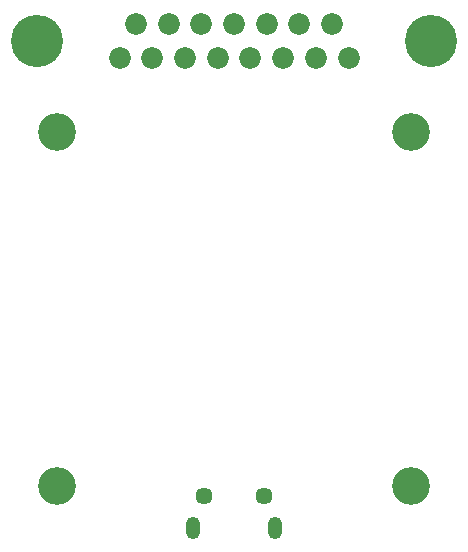
<source format=gbr>
G04 #@! TF.GenerationSoftware,KiCad,Pcbnew,5.1.4+dfsg1-1*
G04 #@! TF.CreationDate,2020-03-06T15:50:39+01:00*
G04 #@! TF.ProjectId,sidewinder-usb,73696465-7769-46e6-9465-722d7573622e,rev?*
G04 #@! TF.SameCoordinates,Original*
G04 #@! TF.FileFunction,Soldermask,Bot*
G04 #@! TF.FilePolarity,Negative*
%FSLAX46Y46*%
G04 Gerber Fmt 4.6, Leading zero omitted, Abs format (unit mm)*
G04 Created by KiCad (PCBNEW 5.1.4+dfsg1-1) date 2020-03-06 15:50:39*
%MOMM*%
%LPD*%
G04 APERTURE LIST*
%ADD10C,3.200000*%
%ADD11C,1.838200*%
%ADD12C,4.419200*%
%ADD13O,1.200000X1.900000*%
%ADD14C,1.450000*%
G04 APERTURE END LIST*
D10*
X35000000Y35000000D03*
X5000000Y35000000D03*
X5000000Y5000000D03*
X35000000Y5000000D03*
D11*
X11690000Y44105000D03*
X14460000Y44105000D03*
X17230000Y44105000D03*
X28310000Y44105000D03*
X25540000Y44105000D03*
X22770000Y44105000D03*
X20000000Y44105000D03*
X29695000Y41265000D03*
X10305000Y41265000D03*
X13075000Y41265000D03*
X15845000Y41265000D03*
X26925000Y41265000D03*
X24155000Y41265000D03*
X21385000Y41265000D03*
X18615000Y41265000D03*
D12*
X3340000Y42685000D03*
X36660000Y42685000D03*
D13*
X23500000Y1462500D03*
X16500000Y1462500D03*
D14*
X22500000Y4162500D03*
X17500000Y4162500D03*
M02*

</source>
